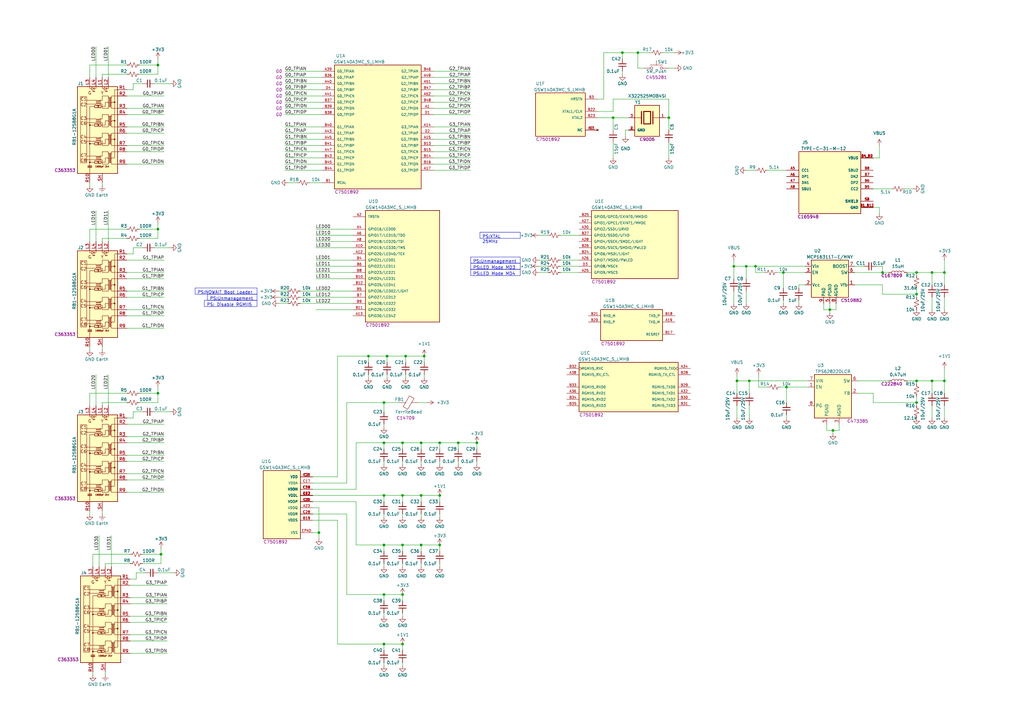
<source format=kicad_sch>
(kicad_sch (version 20230121) (generator eeschema)
  (paper "A3")
  (junction (at 302.26 156.21))
  (junction (at 157.48 165.1))
  (junction (at 321.31 111.76))
  (junction (at 375.92 156.21))
  (junction (at 307.34 156.21))
  (junction (at 187.96 181.61))
  (junction (at 195.58 181.61))
  (junction (at 172.72 203.2))
  (junction (at 64.77 26.67))
  (junction (at 180.34 223.52))
  (junction (at 157.48 203.2))
  (junction (at 180.34 203.2))
  (junction (at 165.1 223.52))
  (junction (at 64.77 161.29))
  (junction (at 300.99 109.22))
  (junction (at 340.36 127))
  (junction (at 157.48 181.61))
  (junction (at 255.27 21.59))
  (junction (at 165.1 203.2))
  (junction (at 387.35 156.21))
  (junction (at 375.92 111.76))
  (junction (at 157.48 243.84))
  (junction (at 165.1 264.16))
  (junction (at 173.99 146.05))
  (junction (at 66.04 227.33))
  (junction (at 322.58 158.75))
  (junction (at 180.34 181.61))
  (junction (at 309.88 109.22))
  (junction (at 341.63 176.53))
  (junction (at 375.92 120.65))
  (junction (at 274.32 48.26))
  (junction (at 130.81 218.44))
  (junction (at 165.1 243.84))
  (junction (at 64.77 93.98))
  (junction (at 261.62 21.59))
  (junction (at 251.46 48.26))
  (junction (at 382.27 156.21))
  (junction (at 387.35 111.76))
  (junction (at 375.92 165.1))
  (junction (at 382.27 111.76))
  (junction (at 172.72 181.61))
  (junction (at 361.95 111.76))
  (junction (at 165.1 181.61))
  (junction (at 151.13 146.05))
  (junction (at 172.72 223.52))
  (junction (at 157.48 264.16))
  (junction (at 157.48 223.52))
  (junction (at 158.75 146.05))
  (junction (at 306.07 109.22))
  (junction (at 166.37 146.05))
  (wire (pts (xy 306.07 114.3) (xy 306.07 109.22)))
  (wire (pts (xy 128.27 200.66) (xy 146.05 200.66)))
  (wire (pts (xy 195.58 184.15) (xy 195.58 181.61)))
  (wire (pts (xy 165.1 190.5) (xy 165.1 189.23)))
  (wire (pts (xy 187.96 181.61) (xy 187.96 184.15)))
  (wire (pts (xy 116.84 64.77) (xy 132.08 64.77)))
  (wire (pts (xy 127 74.93) (xy 132.08 74.93)))
  (wire (pts (xy 245.11 40.64) (xy 247.65 40.64)))
  (wire (pts (xy 54.61 36.83) (xy 54.61 34.29)))
  (wire (pts (xy 360.68 64.77) (xy 358.14 64.77)))
  (wire (pts (xy 327.66 124.46) (xy 327.66 123.19)))
  (wire (pts (xy 130.81 220.98) (xy 130.81 218.44)))
  (wire (pts (xy 193.04 62.23) (xy 177.8 62.23)))
  (wire (pts (xy 300.99 114.3) (xy 300.99 109.22)))
  (wire (pts (xy 67.31 111.76) (xy 52.07 111.76)))
  (wire (pts (xy 68.58 267.97) (xy 53.34 267.97)))
  (wire (pts (xy 54.61 101.6) (xy 58.42 101.6)))
  (wire (pts (xy 172.72 223.52) (xy 172.72 226.06)))
  (wire (pts (xy 172.72 203.2) (xy 172.72 205.74)))
  (wire (pts (xy 36.83 210.82) (xy 36.83 209.55)))
  (wire (pts (xy 306.07 124.46) (xy 306.07 119.38)))
  (wire (pts (xy 157.48 181.61) (xy 165.1 181.61)))
  (wire (pts (xy 67.31 52.07) (xy 52.07 52.07)))
  (wire (pts (xy 146.05 181.61) (xy 146.05 200.66)))
  (wire (pts (xy 69.85 168.91) (xy 63.5 168.91)))
  (wire (pts (xy 358.14 85.09) (xy 360.68 85.09)))
  (wire (pts (xy 313.69 111.76) (xy 309.88 111.76)))
  (wire (pts (xy 55.88 234.95) (xy 59.69 234.95)))
  (wire (pts (xy 68.58 255.27) (xy 53.34 255.27)))
  (wire (pts (xy 361.95 111.76) (xy 350.52 111.76)))
  (wire (pts (xy 114.3 121.92) (xy 118.11 121.92)))
  (wire (pts (xy 163.83 165.1) (xy 157.48 165.1)))
  (wire (pts (xy 364.49 156.21) (xy 351.79 156.21)))
  (wire (pts (xy 116.84 29.21) (xy 132.08 29.21)))
  (wire (pts (xy 142.24 165.1) (xy 157.48 165.1)))
  (wire (pts (xy 157.48 223.52) (xy 157.48 226.06)))
  (wire (pts (xy 67.31 106.68) (xy 52.07 106.68)))
  (wire (pts (xy 39.37 19.05) (xy 39.37 31.75)))
  (wire (pts (xy 67.31 181.61) (xy 52.07 181.61)))
  (wire (pts (xy 166.37 146.05) (xy 173.99 146.05)))
  (wire (pts (xy 358.14 161.29) (xy 358.14 165.1)))
  (wire (pts (xy 54.61 168.91) (xy 58.42 168.91)))
  (wire (pts (xy 41.91 99.06) (xy 41.91 97.79)))
  (wire (pts (xy 118.11 74.93) (xy 121.92 74.93)))
  (wire (pts (xy 187.96 181.61) (xy 180.34 181.61)))
  (wire (pts (xy 172.72 190.5) (xy 172.72 189.23)))
  (wire (pts (xy 372.11 156.21) (xy 375.92 156.21)))
  (wire (pts (xy 69.85 34.29) (xy 63.5 34.29)))
  (wire (pts (xy 57.15 165.1) (xy 64.77 165.1)))
  (wire (pts (xy 247.65 21.59) (xy 247.65 40.64)))
  (wire (pts (xy 157.48 212.09) (xy 157.48 210.82)))
  (wire (pts (xy 274.32 48.26) (xy 274.32 53.34)))
  (wire (pts (xy 67.31 114.3) (xy 52.07 114.3)))
  (wire (pts (xy 276.86 27.94) (xy 274.32 27.94)))
  (wire (pts (xy 342.9 127) (xy 340.36 127)))
  (wire (pts (xy 375.92 156.21) (xy 382.27 156.21)))
  (wire (pts (xy 151.13 146.05) (xy 158.75 146.05)))
  (wire (pts (xy 41.91 30.48) (xy 52.07 30.48)))
  (wire (pts (xy 359.41 109.22) (xy 361.95 109.22)))
  (wire (pts (xy 193.04 29.21) (xy 177.8 29.21)))
  (wire (pts (xy 322.58 158.75) (xy 320.04 158.75)))
  (wire (pts (xy 158.75 146.05) (xy 166.37 146.05)))
  (wire (pts (xy 387.35 151.13) (xy 387.35 156.21)))
  (wire (pts (xy 195.58 181.61) (xy 187.96 181.61)))
  (wire (pts (xy 157.48 203.2) (xy 165.1 203.2)))
  (wire (pts (xy 146.05 223.52) (xy 157.48 223.52)))
  (wire (pts (xy 54.61 104.14) (xy 54.61 101.6)))
  (wire (pts (xy 116.84 36.83) (xy 132.08 36.83)))
  (wire (pts (xy 309.88 109.22) (xy 330.2 109.22)))
  (wire (pts (xy 251.46 64.77) (xy 251.46 58.42)))
  (wire (pts (xy 39.37 86.36) (xy 39.37 99.06)))
  (wire (pts (xy 68.58 260.35) (xy 53.34 260.35)))
  (wire (pts (xy 67.31 201.93) (xy 52.07 201.93)))
  (wire (pts (xy 138.43 195.58) (xy 138.43 146.05)))
  (wire (pts (xy 116.84 41.91) (xy 132.08 41.91)))
  (wire (pts (xy 361.95 120.65) (xy 375.92 120.65)))
  (wire (pts (xy 251.46 40.64) (xy 274.32 40.64)))
  (wire (pts (xy 321.31 111.76) (xy 321.31 118.11)))
  (wire (pts (xy 68.58 262.89) (xy 53.34 262.89)))
  (wire (pts (xy 151.13 154.94) (xy 151.13 153.67)))
  (wire (pts (xy 128.27 208.28) (xy 130.81 208.28)))
  (wire (pts (xy 172.72 203.2) (xy 180.34 203.2)))
  (wire (pts (xy 360.68 85.09) (xy 360.68 87.63)))
  (wire (pts (xy 171.45 165.1) (xy 175.26 165.1)))
  (wire (pts (xy 322.58 171.45) (xy 322.58 170.18)))
  (wire (pts (xy 220.98 111.76) (xy 224.79 111.76)))
  (wire (pts (xy 67.31 173.99) (xy 52.07 173.99)))
  (wire (pts (xy 158.75 154.94) (xy 158.75 153.67)))
  (wire (pts (xy 58.42 231.14) (xy 66.04 231.14)))
  (wire (pts (xy 43.18 276.86) (xy 43.18 275.59)))
  (wire (pts (xy 165.1 264.16) (xy 165.1 266.7)))
  (wire (pts (xy 64.77 93.98) (xy 64.77 97.79)))
  (wire (pts (xy 116.84 39.37) (xy 132.08 39.37)))
  (wire (pts (xy 116.84 59.69) (xy 132.08 59.69)))
  (wire (pts (xy 375.92 120.65) (xy 375.92 121.92)))
  (wire (pts (xy 302.26 161.29) (xy 302.26 156.21)))
  (wire (pts (xy 123.19 119.38) (xy 144.78 119.38)))
  (wire (pts (xy 274.32 40.64) (xy 274.32 48.26)))
  (wire (pts (xy 165.1 203.2) (xy 165.1 205.74)))
  (wire (pts (xy 157.48 165.1) (xy 157.48 168.91)))
  (wire (pts (xy 128.27 213.36) (xy 138.43 213.36)))
  (wire (pts (xy 165.1 203.2) (xy 172.72 203.2)))
  (wire (pts (xy 382.27 156.21) (xy 382.27 161.29)))
  (wire (pts (xy 67.31 127) (xy 52.07 127)))
  (wire (pts (xy 173.99 146.05) (xy 173.99 148.59)))
  (wire (pts (xy 129.54 101.6) (xy 144.78 101.6)))
  (wire (pts (xy 67.31 44.45) (xy 52.07 44.45)))
  (wire (pts (xy 274.32 64.77) (xy 274.32 58.42)))
  (wire (pts (xy 382.27 171.45) (xy 382.27 166.37)))
  (wire (pts (xy 251.46 48.26) (xy 245.11 48.26)))
  (wire (pts (xy 193.04 39.37) (xy 177.8 39.37)))
  (wire (pts (xy 43.18 232.41) (xy 43.18 231.14)))
  (wire (pts (xy 358.14 165.1) (xy 375.92 165.1)))
  (wire (pts (xy 306.07 69.85) (xy 309.88 69.85)))
  (wire (pts (xy 350.52 116.84) (xy 361.95 116.84)))
  (wire (pts (xy 157.48 252.73) (xy 157.48 251.46)))
  (wire (pts (xy 375.92 111.76) (xy 382.27 111.76)))
  (wire (pts (xy 337.82 124.46) (xy 337.82 127)))
  (wire (pts (xy 146.05 205.74) (xy 146.05 223.52)))
  (wire (pts (xy 245.11 45.72) (xy 251.46 45.72)))
  (wire (pts (xy 220.98 109.22) (xy 224.79 109.22)))
  (wire (pts (xy 193.04 31.75) (xy 177.8 31.75)))
  (wire (pts (xy 128.27 210.82) (xy 142.24 210.82)))
  (wire (pts (xy 193.04 34.29) (xy 177.8 34.29)))
  (wire (pts (xy 180.34 181.61) (xy 180.34 184.15)))
  (wire (pts (xy 193.04 44.45) (xy 177.8 44.45)))
  (wire (pts (xy 157.48 175.26) (xy 157.48 173.99)))
  (wire (pts (xy 193.04 59.69) (xy 177.8 59.69)))
  (wire (pts (xy 374.65 77.47) (xy 370.84 77.47)))
  (wire (pts (xy 130.81 218.44) (xy 128.27 218.44)))
  (wire (pts (xy 165.1 232.41) (xy 165.1 231.14)))
  (wire (pts (xy 172.72 223.52) (xy 180.34 223.52)))
  (wire (pts (xy 52.07 36.83) (xy 54.61 36.83)))
  (wire (pts (xy 364.49 111.76) (xy 361.95 111.76)))
  (wire (pts (xy 66.04 227.33) (xy 66.04 231.14)))
  (wire (pts (xy 172.72 181.61) (xy 172.72 184.15)))
  (wire (pts (xy 361.95 116.84) (xy 361.95 120.65)))
  (wire (pts (xy 64.77 161.29) (xy 64.77 165.1)))
  (wire (pts (xy 38.1 276.86) (xy 38.1 275.59)))
  (wire (pts (xy 229.87 96.52) (xy 237.49 96.52)))
  (wire (pts (xy 123.19 124.46) (xy 144.78 124.46)))
  (wire (pts (xy 165.1 212.09) (xy 165.1 210.82)))
  (wire (pts (xy 327.66 116.84) (xy 330.2 116.84)))
  (wire (pts (xy 71.12 234.95) (xy 64.77 234.95)))
  (wire (pts (xy 300.99 109.22) (xy 306.07 109.22)))
  (wire (pts (xy 193.04 36.83) (xy 177.8 36.83)))
  (wire (pts (xy 67.31 119.38) (xy 52.07 119.38)))
  (wire (pts (xy 45.72 232.41) (xy 45.72 219.71)))
  (wire (pts (xy 129.54 99.06) (xy 144.78 99.06)))
  (wire (pts (xy 67.31 121.92) (xy 52.07 121.92)))
  (wire (pts (xy 53.34 237.49) (xy 55.88 237.49)))
  (wire (pts (xy 41.91 97.79) (xy 52.07 97.79)))
  (wire (pts (xy 193.04 57.15) (xy 177.8 57.15)))
  (wire (pts (xy 129.54 127) (xy 144.78 127)))
  (wire (pts (xy 180.34 223.52) (xy 180.34 226.06)))
  (wire (pts (xy 157.48 273.05) (xy 157.48 271.78)))
  (wire (pts (xy 193.04 69.85) (xy 177.8 69.85)))
  (wire (pts (xy 229.87 109.22) (xy 237.49 109.22)))
  (wire (pts (xy 387.35 116.84) (xy 387.35 111.76)))
  (wire (pts (xy 57.15 30.48) (xy 64.77 30.48)))
  (wire (pts (xy 229.87 111.76) (xy 237.49 111.76)))
  (wire (pts (xy 314.96 158.75) (xy 311.15 158.75)))
  (wire (pts (xy 229.87 106.68) (xy 237.49 106.68)))
  (wire (pts (xy 67.31 196.85) (xy 52.07 196.85)))
  (wire (pts (xy 314.96 69.85) (xy 322.58 69.85)))
  (wire (pts (xy 123.19 121.92) (xy 144.78 121.92)))
  (wire (pts (xy 116.84 54.61) (xy 132.08 54.61)))
  (wire (pts (xy 157.48 232.41) (xy 157.48 231.14)))
  (wire (pts (xy 361.95 109.22) (xy 361.95 111.76)))
  (wire (pts (xy 55.88 237.49) (xy 55.88 234.95)))
  (wire (pts (xy 372.11 111.76) (xy 375.92 111.76)))
  (wire (pts (xy 193.04 64.77) (xy 177.8 64.77)))
  (wire (pts (xy 340.36 127) (xy 340.36 124.46)))
  (wire (pts (xy 68.58 252.73) (xy 53.34 252.73)))
  (wire (pts (xy 166.37 146.05) (xy 166.37 148.59)))
  (wire (pts (xy 165.1 181.61) (xy 165.1 184.15)))
  (wire (pts (xy 302.26 171.45) (xy 302.26 166.37)))
  (wire (pts (xy 129.54 111.76) (xy 144.78 111.76)))
  (wire (pts (xy 67.31 46.99) (xy 52.07 46.99)))
  (wire (pts (xy 195.58 190.5) (xy 195.58 189.23)))
  (wire (pts (xy 128.27 203.2) (xy 157.48 203.2)))
  (wire (pts (xy 264.16 27.94) (xy 261.62 27.94)))
  (wire (pts (xy 68.58 240.03) (xy 53.34 240.03)))
  (wire (pts (xy 38.1 227.33) (xy 53.34 227.33)))
  (wire (pts (xy 165.1 181.61) (xy 172.72 181.61)))
  (wire (pts (xy 64.77 91.44) (xy 64.77 93.98)))
  (wire (pts (xy 256.54 53.34) (xy 256.54 55.88)))
  (wire (pts (xy 128.27 205.74) (xy 146.05 205.74)))
  (wire (pts (xy 57.15 161.29) (xy 64.77 161.29)))
  (wire (pts (xy 67.31 62.23) (xy 52.07 62.23)))
  (wire (pts (xy 157.48 264.16) (xy 165.1 264.16)))
  (wire (pts (xy 129.54 93.98) (xy 144.78 93.98)))
  (wire (pts (xy 128.27 195.58) (xy 138.43 195.58)))
  (wire (pts (xy 41.91 210.82) (xy 41.91 209.55)))
  (wire (pts (xy 64.77 24.13) (xy 64.77 26.67)))
  (wire (pts (xy 255.27 30.48) (xy 255.27 29.21)))
  (wire (pts (xy 327.66 118.11) (xy 327.66 116.84)))
  (wire (pts (xy 172.72 232.41) (xy 172.72 231.14)))
  (wire (pts (xy 67.31 194.31) (xy 52.07 194.31)))
  (wire (pts (xy 220.98 96.52) (xy 224.79 96.52)))
  (wire (pts (xy 180.34 232.41) (xy 180.34 231.14)))
  (wire (pts (xy 68.58 247.65) (xy 53.34 247.65)))
  (wire (pts (xy 116.84 67.31) (xy 132.08 67.31)))
  (wire (pts (xy 157.48 189.23) (xy 157.48 190.5)))
  (wire (pts (xy 67.31 179.07) (xy 52.07 179.07)))
  (wire (pts (xy 344.17 173.99) (xy 344.17 176.53)))
  (wire (pts (xy 302.26 156.21) (xy 307.34 156.21)))
  (wire (pts (xy 40.64 219.71) (xy 40.64 232.41)))
  (wire (pts (xy 387.35 156.21) (xy 382.27 156.21)))
  (wire (pts (xy 307.34 156.21) (xy 331.47 156.21)))
  (wire (pts (xy 387.35 106.68) (xy 387.35 111.76)))
  (wire (pts (xy 339.09 176.53) (xy 341.63 176.53)))
  (wire (pts (xy 36.83 93.98) (xy 52.07 93.98)))
  (wire (pts (xy 36.83 76.2) (xy 36.83 74.93)))
  (wire (pts (xy 114.3 124.46) (xy 118.11 124.46)))
  (wire (pts (xy 41.91 76.2) (xy 41.91 74.93)))
  (wire (pts (xy 166.37 154.94) (xy 166.37 153.67)))
  (wire (pts (xy 360.68 59.69) (xy 360.68 64.77)))
  (wire (pts (xy 337.82 127) (xy 340.36 127)))
  (wire (pts (xy 342.9 124.46) (xy 342.9 127)))
  (wire (pts (xy 142.24 210.82) (xy 142.24 243.84)))
  (wire (pts (xy 52.07 171.45) (xy 54.61 171.45)))
  (wire (pts (xy 158.75 146.05) (xy 158.75 148.59)))
  (wire (pts (xy 321.31 124.46) (xy 321.31 123.19)))
  (wire (pts (xy 129.54 109.22) (xy 144.78 109.22)))
  (wire (pts (xy 165.1 243.84) (xy 165.1 246.38)))
  (wire (pts (xy 129.54 106.68) (xy 144.78 106.68)))
  (wire (pts (xy 255.27 21.59) (xy 261.62 21.59)))
  (wire (pts (xy 165.1 273.05) (xy 165.1 271.78)))
  (wire (pts (xy 69.85 101.6) (xy 63.5 101.6)))
  (wire (pts (xy 157.48 243.84) (xy 165.1 243.84)))
  (wire (pts (xy 67.31 54.61) (xy 52.07 54.61)))
  (wire (pts (xy 44.45 166.37) (xy 44.45 153.67)))
  (wire (pts (xy 64.77 26.67) (xy 64.77 30.48)))
  (wire (pts (xy 180.34 212.09) (xy 180.34 210.82)))
  (wire (pts (xy 193.04 41.91) (xy 177.8 41.91)))
  (wire (pts (xy 187.96 190.5) (xy 187.96 189.23)))
  (wire (pts (xy 44.45 99.06) (xy 44.45 86.36)))
  (wire (pts (xy 309.88 109.22) (xy 309.88 111.76)))
  (wire (pts (xy 382.27 127) (xy 382.27 121.92)))
  (wire (pts (xy 157.48 203.2) (xy 157.48 205.74)))
  (wire (pts (xy 247.65 21.59) (xy 255.27 21.59)))
  (wire (pts (xy 41.91 31.75) (xy 41.91 30.48)))
  (wire (pts (xy 138.43 146.05) (xy 151.13 146.05)))
  (wire (pts (xy 276.86 21.59) (xy 271.78 21.59)))
  (wire (pts (xy 321.31 111.76) (xy 318.77 111.76)))
  (wire (pts (xy 375.92 111.76) (xy 375.92 113.03)))
  (wire (pts (xy 146.05 181.61) (xy 157.48 181.61)))
  (wire (pts (xy 382.27 111.76) (xy 382.27 116.84)))
  (wire (pts (xy 130.81 208.28) (xy 130.81 218.44)))
  (wire (pts (xy 52.07 104.14) (xy 54.61 104.14)))
  (wire (pts (xy 274.32 48.26) (xy 273.05 48.26)))
  (wire (pts (xy 116.84 62.23) (xy 132.08 62.23)))
  (wire (pts (xy 58.42 227.33) (xy 66.04 227.33)))
  (wire (pts (xy 36.83 26.67) (xy 36.83 31.75)))
  (wire (pts (xy 116.84 57.15) (xy 132.08 57.15)))
  (wire (pts (xy 138.43 264.16) (xy 157.48 264.16)))
  (wire (pts (xy 41.91 165.1) (xy 52.07 165.1)))
  (wire (pts (xy 36.83 161.29) (xy 52.07 161.29)))
  (wire (pts (xy 66.04 224.79) (xy 66.04 227.33)))
  (wire (pts (xy 41.91 143.51) (xy 41.91 142.24)))
  (wire (pts (xy 193.04 46.99) (xy 177.8 46.99)))
  (wire (pts (xy 322.58 158.75) (xy 331.47 158.75)))
  (wire (pts (xy 43.18 231.14) (xy 53.34 231.14)))
  (wire (pts (xy 351.79 161.29) (xy 358.14 161.29)))
  (wire (pts (xy 142.24 198.12) (xy 142.24 165.1)))
  (wire (pts (xy 339.09 173.99) (xy 339.09 176.53)))
  (wire (pts (xy 57.15 93.98) (xy 64.77 93.98)))
  (wire (pts (xy 340.36 128.27) (xy 340.36 127)))
  (wire (pts (xy 387.35 127) (xy 387.35 121.92)))
  (wire (pts (xy 129.54 96.52) (xy 144.78 96.52)))
  (wire (pts (xy 300.99 124.46) (xy 300.99 119.38)))
  (wire (pts (xy 54.61 171.45) (xy 54.61 168.91)))
  (wire (pts (xy 300.99 106.68) (xy 300.99 109.22)))
  (wire (pts (xy 36.83 143.51) (xy 36.83 142.24)))
  (wire (pts (xy 116.84 34.29) (xy 132.08 34.29)))
  (wire (pts (xy 220.98 106.68) (xy 224.79 106.68)))
  (wire (pts (xy 193.04 52.07) (xy 177.8 52.07)))
  (wire (pts (xy 151.13 146.05) (xy 151.13 148.59)))
  (wire (pts (xy 41.91 166.37) (xy 41.91 165.1)))
  (wire (pts (xy 67.31 134.62) (xy 52.07 134.62)))
  (wire (pts (xy 375.92 120.65) (xy 375.92 118.11)))
  (wire (pts (xy 387.35 171.45) (xy 387.35 166.37)))
  (wire (pts (xy 261.62 21.59) (xy 266.7 21.59)))
  (wire (pts (xy 255.27 21.59) (xy 255.27 24.13)))
  (wire (pts (xy 322.58 158.75) (xy 322.58 165.1)))
  (wire (pts (xy 354.33 109.22) (xy 350.52 109.22)))
  (wire (pts (xy 142.24 243.84) (xy 157.48 243.84)))
  (wire (pts (xy 67.31 39.37) (xy 52.07 39.37)))
  (wire (pts (xy 251.46 45.72) (xy 251.46 40.64)))
  (wire (pts (xy 114.3 119.38) (xy 118.11 119.38)))
  (wire (pts (xy 180.34 190.5) (xy 180.34 189.23)))
  (wire (pts (xy 307.34 161.29) (xy 307.34 156.21)))
  (wire (pts (xy 67.31 67.31) (xy 52.07 67.31)))
  (wire (pts (xy 157.48 223.52) (xy 165.1 223.52)))
  (wire (pts (xy 306.07 109.22) (xy 309.88 109.22)))
  (wire (pts (xy 157.48 181.61) (xy 157.48 184.15)))
  (wire (pts (xy 375.92 156.21) (xy 375.92 157.48)))
  (wire (pts (xy 344.17 176.53) (xy 341.63 176.53)))
  (wire (pts (xy 375.92 165.1) (xy 375.92 166.37)))
  (wire (pts (xy 172.72 212.09) (xy 172.72 210.82)))
  (wire (pts (xy 39.37 153.67) (xy 39.37 166.37)))
  (wire (pts (xy 36.83 93.98) (xy 36.83 99.06)))
  (wire (pts (xy 157.48 264.16) (xy 157.48 266.7)))
  (wire (pts (xy 67.31 189.23) (xy 52.07 189.23)))
  (wire (pts (xy 251.46 48.26) (xy 251.46 53.34)))
  (wire (pts (xy 311.15 153.67) (xy 311.15 158.75)))
  (wire (pts (xy 375.92 162.56) (xy 375.92 165.1)))
  (wire (pts (xy 157.48 243.84) (xy 157.48 246.38)))
  (wire (pts (xy 68.58 245.11) (xy 53.34 245.11)))
  (wire (pts (xy 193.04 67.31) (xy 177.8 67.31)))
  (wire (pts (xy 387.35 111.76) (xy 382.27 111.76)))
  (wire (pts (xy 116.84 52.07) (xy 132.08 52.07)))
  (wire (pts (xy 165.1 252.73) (xy 165.1 251.46)))
  (wire (pts (xy 129.54 114.3) (xy 144.78 114.3)))
  (wire (pts (xy 67.31 59.69) (xy 52.07 59.69)))
  (wire (pts (xy 57.15 97.79) (xy 64.77 97.79)))
  (wire (pts (xy 341.63 177.8) (xy 341.63 176.53)))
  (wire (pts (xy 36.83 26.67) (xy 52.07 26.67)))
  (wire (pts (xy 256.54 53.34) (xy 257.81 53.34)))
  (wire (pts (xy 57.15 26.67) (xy 64.77 26.67)))
  (wire (pts (xy 64.77 158.75) (xy 64.77 161.29)))
  (wire (pts (xy 67.31 129.54) (xy 52.07 129.54)))
  (wire (pts (xy 180.34 203.2) (xy 180.34 205.74)))
  (wire (pts (xy 193.04 54.61) (xy 177.8 54.61)))
  (wire (pts (xy 261.62 27.94) (xy 261.62 21.59)))
  (wire (pts (xy 165.1 223.52) (xy 172.72 223.52)))
  (wire (pts (xy 36.83 161.29) (xy 36.83 166.37)))
  (wire (pts (xy 67.31 186.69) (xy 52.07 186.69)))
  (wire (pts (xy 44.45 31.75) (xy 44.45 19.05)))
  (wire (pts (xy 365.76 77.47) (xy 358.14 77.47)))
  (wire (pts (xy 173.99 154.94) (xy 173.99 153.67)))
  (wire (pts (xy 387.35 161.29) (xy 387.35 156.21)))
  (wire (pts (xy 307.34 171.45) (xy 307.34 166.37)))
  (wire (pts (xy 165.1 223.52) (xy 165.1 226.06)))
  (wire (pts (xy 330.2 111.76) (xy 321.31 111.76)))
  (wire (pts (xy 116.84 69.85) (xy 132.08 69.85)))
  (wire (pts (xy 116.84 44.45) (xy 132.08 44.45)))
  (wire (pts (xy 38.1 227.33) (xy 38.1 232.41)))
  (wire (pts (xy 257.81 48.26) (xy 251.46 48.26)))
  (wire (pts (xy 138.43 213.36) (xy 138.43 264.16)))
  (wire (pts (xy 128.27 198.12) (xy 142.24 198.12)))
  (wire (pts (xy 116.84 31.75) (xy 132.08 31.75)))
  (wire (pts (xy 116.84 46.99) (xy 132.08 46.99)))
  (wire (pts (xy 172.72 181.61) (xy 180.34 181.61)))
  (wire (pts (xy 54.61 34.29) (xy 58.42 34.29)))
  (wire (pts (xy 302.26 153.67) (xy 302.26 156.21)))
  (text_box "PS:Unmanagement" (at 193.04 105.41 0) (size 20.32 2.54) (effects (font (size 1.27 1.27)) (justify left top)))
  (text_box "PS:NOWAIT Boot Loader\n" (at 80.01 118.11 0) (size 25.4 2.54) (effects (font (size 1.27 1.27)) (justify left top)))
  (text_box "PS:Unmanagement" (at 85.09 120.65 0) (size 20.32 2.54) (effects (font (size 1.27 1.27)) (justify left top)))
  (text_box "PS: Disable RGMII5\n" (at 83.82 123.19 0) (size 21.59 2.54) (effects (font (size 1.27 1.27)) (justify left top)))
  (text_box "PS:LED Mode MD3" (at 193.04 107.95 0) (size 20.32 2.54) (effects (font (size 1.27 1.27)) (justify left top)))
  (text_box "PS:XTAL 25MHz\n" (at 196.85 95.25 0) (size 16.51 2.54) (effects (font (size 1.27 1.27)) (justify left top)))
  (text_box "PS:LED Mode MD4" (at 193.04 110.49 0) (size 20.32 2.54) (effects (font (size 1.27 1.27)) (justify left top)))
  (label "G3_TPICP" (at 193.04 64.77 180))
  (label "G1_TPICN" (at 116.84 62.23 0))
  (label "LED31" (at 45.72 219.71 270))
  (label "G0_TPIBP" (at 67.31 46.99 180))
  (label "G1_TPIAN" (at 116.84 52.07 0))
  (label "G2_TPICP" (at 193.04 41.91 180))
  (label "LED30" (at 40.64 219.71 270))
  (label "G1_TPICN" (at 67.31 127 180))
  (label "LED11" (at 44.45 86.36 270))
  (label "G3_TPIDP" (at 193.04 69.85 180))
  (label "G2_TPIDN" (at 193.04 44.45 180))
  (label "G3_TPIBN" (at 68.58 252.73 180))
  (label "G3_TPIAN" (at 193.04 52.07 180))
  (label "G3_TPIAN" (at 68.58 245.11 180))
  (label "G0_TPICP" (at 67.31 54.61 180))
  (label "G3_TPIBN" (at 193.04 57.15 180))
  (label "LED30" (at 129.54 101.6 0))
  (label "G3_TPICP" (at 68.58 255.27 180))
  (label "G2_TPIDP" (at 193.04 46.99 180))
  (label "G2_TPIBN" (at 67.31 186.69 180))
  (label "G2_TPICP" (at 67.31 189.23 180))
  (label "G0_TPICN" (at 67.31 59.69 180))
  (label "G3_TPIDN" (at 193.04 67.31 180))
  (label "LED11" (at 129.54 109.22 0))
  (label "G3_TPIBP" (at 193.04 59.69 180))
  (label "G1_TPIDP" (at 67.31 129.54 180))
  (label "G0_TPIBN" (at 67.31 52.07 180))
  (label "G0_TPIDP" (at 67.31 62.23 180))
  (label "G1_TPIAN" (at 67.31 111.76 180))
  (label "LED21" (at 129.54 111.76 0))
  (label "G2_TPIBP" (at 67.31 181.61 180))
  (label "G1_TPICP" (at 116.84 64.77 0))
  (label "G3_TPICN" (at 68.58 260.35 180))
  (label "LED20" (at 129.54 99.06 0))
  (label "G0_TPIBP" (at 116.84 36.83 0) (property "Netclass" "G0" (at 113.03 36.83 0) (effects (font italic) (justify left))))
  (label "G0_TPIDP" (at 116.84 46.99 0) (property "Netclass" "G0" (at 113.03 46.99 0) (effects (font italic) (justify left))))
  (label "LED31" (at 129.54 114.3 0))
  (label "G0_TPIDN" (at 116.84 44.45 0) (property "Netclass" "G0" (at 113.03 44.45 0) (effects (font italic) (justify left))))
  (label "G1_TPIDN" (at 67.31 134.62 180))
  (label "G2_TPIBP" (at 193.04 36.83 180))
  (label "G0_TPIAP" (at 67.31 39.37 180))
  (label "G0_TPIAP" (at 116.84 31.75 0) (property "Netclass" "G0" (at 113.03 31.75 0) (effects (font italic) (justify left))))
  (label "G0_TPICP" (at 116.84 41.91 0) (property "Netclass" "G0" (at 113.03 41.91 0) (effects (font italic) (justify left))))
  (label "G1_TPIBN" (at 116.84 57.15 0))
  (label "G2_TPICN" (at 193.04 39.37 180))
  (label "G1_TPIAP" (at 116.84 54.61 0))
  (label "G2_TPIAN" (at 193.04 29.21 180))
  (label "G2_TPIAN" (at 67.31 179.07 180))
  (label "LED10" (at 39.37 86.36 270))
  (label "G3_TPIAP" (at 193.04 54.61 180))
  (label "G1_TPIBP" (at 116.84 59.69 0))
  (label "G3_TPIAP" (at 68.58 240.03 180))
  (label "G1_TPIDP" (at 116.84 69.85 0))
  (label "G2_TPIAP" (at 67.31 173.99 180))
  (label "G0_TPIBN" (at 116.84 34.29 0) (property "Netclass" "G0" (at 113.03 34.29 0) (effects (font italic) (justify left))))
  (label "G3_TPIDP" (at 68.58 262.89 180))
  (label "G3_TPIDN" (at 68.58 267.97 180))
  (label "G1_TPICP" (at 67.31 121.92 180))
  (label "G0_TPIAN" (at 67.31 44.45 180))
  (label "G3_TPIBP" (at 68.58 247.65 180))
  (label "G1_TPIBN" (at 67.31 119.38 180))
  (label "G2_TPIDN" (at 67.31 201.93 180))
  (label "LED01" (at 129.54 106.68 0))
  (label "LED00" (at 39.37 19.05 270))
  (label "G3_TPICN" (at 193.04 62.23 180))
  (label "LED20" (at 39.37 153.67 270))
  (label "LED02" (at 129.54 119.38 0))
  (label "G0_TPIAN" (at 116.84 29.21 0) (property "Netclass" "G0" (at 113.03 29.21 0) (effects (font italic) (justify left))))
  (label "G2_TPIBN" (at 193.04 34.29 180))
  (label "LED22" (at 129.54 124.46 0))
  (label "LED12" (at 129.54 121.92 0))
  (label "LED21" (at 44.45 153.67 270))
  (label "LED10" (at 129.54 96.52 0))
  (label "G0_TPIDN" (at 67.31 67.31 180))
  (label "G2_TPIAP" (at 193.04 31.75 180))
  (label "G2_TPIDP" (at 67.31 196.85 180))
  (label "G1_TPIDN" (at 116.84 67.31 0))
  (label "G2_TPICN" (at 67.31 194.31 180))
  (label "LED00" (at 129.54 93.98 0))
  (label "G1_TPIAP" (at 67.31 106.68 180))
  (label "G0_TPICN" (at 116.84 39.37 0) (property "Netclass" "G0" (at 113.03 39.37 0) (effects (font italic) (justify left))))
  (label "LED01" (at 44.45 19.05 270))
  (label "G1_TPIBP" (at 67.31 114.3 180))
  (symbol (lib_id "power:+3V3") (at 276.86 21.59 270) (unit 1)
    (property "Reference" "#PWR078" (effects hide))
    (property "Value" "+3V3" (at 281.94 21.59 90))
  )
  (symbol (lib_id "power:GND") (at 36.83 143.51 0) (unit 1)
    (property "Reference" "#PWR06" (effects hide))
    (property "Value" "GND" (at 36.83 147.32 0))
  )
  (symbol (lib_id "Device:R_Small_US") (at 54.61 165.1 90) (unit 1)
    (property "Reference" "R6" (at 50.8 163.83 90))
    (property "Value" "100R" (at 59.69 163.83 90))
    (property "Footprint" "Resistor_SMD:R_0402_1005Metric" (effects hide))
    (property "LCSC" "C106232" (effects hide))
  )
  (symbol (lib_id "power:GND") (at 387.35 171.45 0) (unit 1)
    (property "Reference" "#PWR042" (effects hide))
    (property "Value" "GND" (at 387.35 175.26 0))
  )
  (symbol (lib_id "Device:C_Small") (at 187.96 186.69 180) (unit 1)
    (property "Reference" "C28" (at 185.42 184.15 0))
    (property "Value" "0.1uF" (at 184.15 189.23 0))
    (property "Footprint" "Capacitor_SMD:C_0402_1005Metric" (effects hide))
    (property "LCSC" "C105883" (effects hide))
  )
  (symbol (lib_id "Device:C_Small") (at 302.26 163.83 180) (unit 1)
    (property "Reference" "C14" (at 299.72 161.29 0))
    (property "Value" "10uF/25V" (at 298.45 167.64 90))
    (property "Footprint" "Capacitor_SMD:C_0805_2012Metric" (effects hide))
    (property "LCSC" "C89831" (effects hide))
  )
  (symbol (lib_id "power:GND") (at 220.98 106.68 270) (unit 1)
    (property "Reference" "#PWR083" (effects hide))
    (property "Value" "GND" (at 215.9 106.68 90))
  )
  (symbol (lib_id "Device:R_Small_US") (at 54.61 93.98 90) (unit 1)
    (property "Reference" "R3" (at 50.8 92.71 90))
    (property "Value" "100R" (at 59.69 92.71 90))
    (property "Footprint" "Resistor_SMD:R_0402_1005Metric" (effects hide))
    (property "LCSC" "C106232" (effects hide))
  )
  (symbol (lib_id "power:GND") (at 306.07 69.85 270) (unit 1)
    (property "Reference" "#PWR023" (effects hide))
    (property "Value" "GND" (at 302.26 69.85 0))
  )
  (symbol (lib_id "Device:R_Small_US") (at 54.61 30.48 90) (unit 1)
    (property "Reference" "R2" (at 50.8 29.21 90))
    (property "Value" "100R" (at 59.69 29.21 90))
    (property "Footprint" "Resistor_SMD:R_0402_1005Metric" (effects hide))
    (property "LCSC" "C106232" (effects hide))
  )
  (symbol (lib_id "power:GND") (at 300.99 124.46 0) (unit 1)
    (property "Reference" "#PWR026" (effects hide))
    (property "Value" "GND" (at 300.99 128.27 0))
  )
  (symbol (lib_id "power:GND") (at 172.72 190.5 0) (unit 1)
    (property "Reference" "#PWR053" (effects hide))
    (property "Value" "GND" (at 172.72 194.31 0))
  )
  (symbol (lib_id "power:GND") (at 157.48 212.09 0) (unit 1)
    (property "Reference" "#PWR058" (effects hide))
    (property "Value" "GND" (at 157.48 215.9 0))
  )
  (symbol (lib_id "power:+1V1") (at 165.1 264.16 0) (unit 1)
    (property "Reference" "#PWR072" (effects hide))
    (property "Value" "+1V1" (at 165.1 260.35 0))
  )
  (symbol (lib_id "power:GND") (at 180.34 212.09 0) (unit 1)
    (property "Reference" "#PWR062" (effects hide))
    (property "Value" "GND" (at 180.34 215.9 0))
  )
  (symbol (lib_id "Device:C_Small") (at 356.87 109.22 270) (unit 1)
    (property "Reference" "C11" (at 353.06 107.95 90))
    (property "Value" "0.1uF" (at 360.68 107.95 90))
    (property "Footprint" "Capacitor_SMD:C_0402_1005Metric" (effects hide))
    (property "LCSC" "C105883" (effects hide))
  )
  (symbol (lib_id "power:VBUS") (at 302.26 153.67 0) (unit 1)
    (property "Reference" "#PWR035" (effects hide))
    (property "Value" "VBUS" (at 302.26 148.59 0))
  )
  (symbol (lib_id "power:GND") (at 387.35 127 0) (unit 1)
    (property "Reference" "#PWR031" (effects hide))
    (property "Value" "GND" (at 387.35 130.81 0))
  )
  (symbol (lib_id "Device:R_Small_US") (at 375.92 115.57 180) (unit 1)
    (property "Reference" "R12" (at 373.38 113.03 0))
    (property "Value" "31.6k" (at 373.38 118.11 0))
    (property "Footprint" "Resistor_SMD:R_0402_1005Metric" (effects hide))
    (property "LCSC" "C276265" (effects hide))
  )
  (symbol (lib_id "Device:C_Small") (at 321.31 120.65 180) (unit 1)
    (property "Reference" "C9" (at 318.77 118.11 0))
    (property "Value" "0.1uF" (at 317.5 123.19 0))
    (property "Footprint" "Capacitor_SMD:C_0402_1005Metric" (effects hide))
    (property "LCSC" "C105883" (effects hide))
  )
  (symbol (lib_id "Device:C_Small") (at 158.75 151.13 180) (unit 1)
    (property "Reference" "C20" (at 156.21 148.59 0))
    (property "Value" "0.1uF" (at 154.94 153.67 0))
    (property "Footprint" "Capacitor_SMD:C_0402_1005Metric" (effects hide))
    (property "LCSC" "C105883" (effects hide))
  )
  (symbol (lib_id "power:GND") (at 306.07 124.46 0) (unit 1)
    (property "Reference" "#PWR027" (effects hide))
    (property "Value" "GND" (at 306.07 128.27 0))
  )
  (symbol (lib_id "Device:FerriteBead") (at 167.64 165.1 90) (unit 1)
    (property "Reference" "FB1" (at 163.83 163.83 90))
    (property "Value" "FerriteBead" (at 167.64 168.91 90))
    (property "Footprint" "Inductor_SMD:L_0603_1608Metric" (effects hide))
    (property "LCSC" "C14709" (at 166.37 171.45 90))
  )
  (symbol (lib_id "power:+3V3") (at 114.3 121.92 90) (unit 1)
    (property "Reference" "#PWR084" (effects hide))
    (property "Value" "+3V3" (at 109.22 121.92 90))
  )
  (symbol (lib_id "power:GND") (at 375.92 171.45 0) (unit 1)
    (property "Reference" "#PWR039" (effects hide))
    (property "Value" "GND" (at 375.92 175.26 0))
  )
  (symbol (lib_id "Device:C_Small") (at 157.48 186.69 180) (unit 1)
    (property "Reference" "C24" (at 154.94 184.15 0))
    (property "Value" "0.1uF" (at 153.67 189.23 0))
    (property "Footprint" "Capacitor_SMD:C_0402_1005Metric" (effects hide))
    (property "LCSC" "C105883" (effects hide))
  )
  (symbol (lib_id "Device:R_Small_US") (at 375.92 160.02 180) (unit 1)
    (property "Reference" "R15" (at 373.38 157.48 0))
    (property "Value" "10k" (at 373.38 162.56 0))
    (property "Footprint" "Resistor_SMD:R_0402_1005Metric" (effects hide))
    (property "LCSC" "C60490" (effects hide))
  )
  (symbol (lib_id "power:Earth") (at 41.91 210.82 0) (unit 1)
    (property "Reference" "#PWR011" (effects hide))
    (property "Value" "Earth" (at 41.91 214.63 0))
  )
  (symbol (lib_id "power:GND") (at 321.31 124.46 0) (unit 1)
    (property "Reference" "#PWR028" (effects hide))
    (property "Value" "GND" (at 321.31 128.27 0))
  )
  (symbol (lib_id "power:GND") (at 165.1 212.09 0) (unit 1)
    (property "Reference" "#PWR059" (effects hide))
    (property "Value" "GND" (at 165.1 215.9 0))
  )
  (symbol (lib_id "power:+3V3") (at 311.15 153.67 0) (unit 1)
    (property "Reference" "#PWR074" (effects hide))
    (property "Value" "+3V3" (at 311.15 149.86 0))
  )
  (symbol (lib_id "Device:R_Small_US") (at 54.61 97.79 90) (unit 1)
    (property "Reference" "R4" (at 50.8 96.52 90))
    (property "Value" "100R" (at 59.69 96.52 90))
    (property "Footprint" "Resistor_SMD:R_0402_1005Metric" (effects hide))
    (property "LCSC" "C106232" (effects hide))
  )
  (symbol (lib_id "power:GND") (at 382.27 127 0) (unit 1)
    (property "Reference" "#PWR030" (effects hide))
    (property "Value" "GND" (at 382.27 130.81 0))
  )
  (symbol (lib_id "Device:C_Small") (at 327.66 120.65 180) (unit 1)
    (property "Reference" "C10" (at 325.12 118.11 0))
    (property "Value" "1uF" (at 325.12 123.19 0))
    (property "Footprint" "Capacitor_SMD:C_0603_1608Metric" (effects hide))
    (property "LCSC" "C14664" (effects hide))
  )
  (symbol (lib_id "Device:C_Small") (at 151.13 151.13 180) (unit 1)
    (property "Reference" "C19" (at 148.59 148.59 0))
    (property "Value" "0.1uF" (at 147.32 153.67 0))
    (property "Footprint" "Capacitor_SMD:C_0402_1005Metric" (effects hide))
    (property "LCSC" "C105883" (effects hide))
  )
  (symbol (lib_id "Device:C_Small") (at 195.58 186.69 180) (unit 1)
    (property "Reference" "C29" (at 193.04 184.15 0))
    (property "Value" "0.1uF" (at 191.77 189.23 0))
    (property "Footprint" "Capacitor_SMD:C_0402_1005Metric" (effects hide))
    (property "LCSC" "C105883" (effects hide))
  )
  (symbol (lib_id "Device:R_Small_US") (at 227.33 96.52 90) (unit 1)
    (property "Reference" "R19" (at 223.52 95.25 90))
    (property "Value" "10k" (at 232.41 95.25 90))
    (property "Footprint" "Resistor_SMD:R_0402_1005Metric" (effects hide))
    (property "LCSC" "C60490" (effects hide))
  )
  (symbol (lib_id "Device:C_Small") (at 62.23 234.95 90) (unit 1)
    (property "Reference" "C4" (at 58.42 233.68 90))
    (property "Value" "0.1uF" (at 67.31 233.68 90))
    (property "Footprint" "Capacitor_SMD:C_0402_1005Metric" (effects hide))
    (property "LCSC" "C105883" (effects hide))
  )
  (symbol (lib_id "Device:C_Small") (at 157.48 208.28 180) (unit 1)
    (property "Reference" "C30" (at 154.94 205.74 0))
    (property "Value" "0.1uF" (at 153.67 210.82 0))
    (property "Footprint" "Capacitor_SMD:C_0402_1005Metric" (effects hide))
    (property "LCSC" "C105883" (effects hide))
  )
  (symbol (lib_id "Device:C_Small") (at 387.35 119.38 180) (unit 1)
    (property "Reference" "C13" (at 384.81 116.84 0))
    (property "Value" "10uF/25V" (at 384.81 123.19 90))
    (property "Footprint" "Capacitor_SMD:C_0805_2012Metric" (effects hide))
    (property "LCSC" "C89831" (effects hide))
  )
  (symbol (lib_id "power:GND") (at 327.66 124.46 0) (unit 1)
    (property "Reference" "#PWR029" (effects hide))
    (property "Value" "GND" (at 327.66 128.27 0))
  )
  (symbol (lib_id "power:GND") (at 187.96 190.5 0) (unit 1)
    (property "Reference" "#PWR056" (effects hide))
    (property "Value" "GND" (at 187.96 194.31 0))
  )
  (symbol (lib_id "power:+3V3") (at 387.35 106.68 0) (unit 1)
    (property "Reference" "#PWR034" (effects hide))
    (property "Value" "+3V3" (at 387.35 102.87 0))
  )
  (symbol (lib_id "power:GND") (at 341.63 177.8 0) (unit 1)
    (property "Reference" "#PWR043" (effects hide))
    (property "Value" "GND" (at 341.63 181.61 0))
  )
  (symbol (lib_id "power:GND") (at 71.12 234.95 90) (unit 1)
    (property "Reference" "#PWR017" (effects hide))
    (property "Value" "GND" (at 74.93 234.95 0))
  )
  (symbol (lib_id "Device:C_Small") (at 180.34 228.6 180) (unit 1)
    (property "Reference" "C37" (at 177.8 226.06 0))
    (property "Value" "0.1uF" (at 176.53 231.14 0))
    (property "Footprint" "Capacitor_SMD:C_0402_1005Metric" (effects hide))
    (property "LCSC" "C105883" (effects hide))
  )
  (symbol (lib_id "power:+3V3") (at 180.34 223.52 0) (unit 1)
    (property "Reference" "#PWR066" (effects hide))
    (property "Value" "+3V3" (at 180.34 219.71 0))
  )
  (symbol (lib_id "Device:R_Small_US") (at 120.65 119.38 90) (unit 1)
    (property "Reference" "R20" (at 116.84 118.11 90))
    (property "Value" "10k" (at 125.73 118.11 90))
    (property "Footprint" "Resistor_SMD:R_0402_1005Metric" (effects hide))
    (property "LCSC" "C60490" (effects hide))
  )
  (symbol (lib_id "Device:C_Small") (at 306.07 116.84 180) (unit 1)
    (property "Reference" "C8" (at 303.53 114.3 0))
    (property "Value" "10uF/25V" (at 303.53 120.65 90))
    (property "Footprint" "Capacitor_SMD:C_0805_2012Metric" (effects hide))
    (property "LCSC" "C89831" (effects hide))
  )
  (symbol (lib_id "GSW140A3MC_S_LMHB:GSW140A3MC_S_LMHB") (at 259.08 132.08 0) (unit 2)
    (property "Reference" "U1" (at 250.19 123.19 0))
    (property "Value" "GSW140A3MC_S_LMHB" (at 257.81 125.73 0))
    (property "Footprint" "GSW140A3MC_S_LMHB:XCVR_GSW140A3MC_S_LMHB" (effects hide))
    (property "MF" "MaxLinear, Inc." (effects hide))
    (property "MAXIMUM_PACKAGE_HEIGHT" "0.85mm" (effects hide))
    (property "Package" "None" (effects hide))
    (property "Price" "None" (effects hide))
    (property "Check_prices" "https://www.snapeda.com/parts/GSW140A3MC%20S%20LMHB/MaxLinear%252C+Inc./view-part/?ref=eda" (effects hide))
    (property "STANDARD" "Manufacturer Recommendations" (effects hide))
    (property "PARTREV" "1.11mm" (effects hide))
    (property "SnapEDA_Link" "https://www.snapeda.com/parts/GSW140A3MC%20S%20LMHB/MaxLinear%252C+Inc./view-part/?ref=snap" (effects hide))
    (property "MP" "GSW140A3MC S LMHB" (effects hide))
    (property "Description" "\nEthernet ICs DEVICE CON GSW140A3MC MRQFN105 SLMHB CO\n" (effects hide))
    (property "MANUFACTURER" "MaxLinear" (effects hide))
    (property "Availability" "Not in stock" (effects hide))
    (property "SNAPEDA_PN" "GSW140A3MC S LMHB" (effects hide))
    (property "LCSC" "C7501892" (at 251.46 140.97 0))
  )
  (symbol (lib_id "Device:R_Small_US") (at 124.46 74.93 90) (unit 1)
    (property "Reference" "R18" (at 120.65 73.66 90))
    (property "Value" "10k" (at 129.54 73.66 90))
    (property "Footprint" "Resistor_SMD:R_0402_1005Metric" (effects hide))
    (property "LCSC" "C60490" (effects hide))
  )
  (symbol (lib_id "Device:R_Small_US") (at 375.92 124.46 180) (unit 1)
    (property "Reference" "R13" (at 373.38 121.92 0))
    (property "Value" "10k" (at 373.38 127 0))
    (property "Footprint" "Resistor_SMD:R_0402_1005Metric" (effects hide))
    (property "LCSC" "C60490" (effects hide))
  )
  (symbol (lib_id "Device:C_Small") (at 157.48 269.24 180) (unit 1)
    (property "Reference" "C40" (at 154.94 266.7 0))
    (property "Value" "0.1uF" (at 153.67 271.78 0))
    (property "Footprint" "Capacitor_SMD:C_0402_1005Metric" (effects hide))
    (property "LCSC" "C105883" (effects hide))
  )
  (symbol (lib_id "GSW140A3MC_S_LMHB:GSW140A3MC_S_LMHB") (at 165.1 109.22 0) (unit 4)
    (property "Reference" "U1" (at 151.13 82.55 0) (effects (justify left)))
    (property "Value" "GSW140A3MC_S_LMHB" (at 149.86 85.09 0) (effects (justify left)))
    (property "Footprint" "GSW140A3MC_S_LMHB:XCVR_GSW140A3MC_S_LMHB" (effects hide))
    (property "MF" "MaxLinear, Inc." (effects hide))
    (property "MAXIMUM_PACKAGE_HEIGHT" "0.85mm" (effects hide))
    (property "Package" "None" (effects hide))
    (property "Price" "None" (effects hide))
    (property "Check_prices" "https://www.snapeda.com/parts/GSW140A3MC%20S%20LMHB/MaxLinear%252C+Inc./view-part/?ref=eda" (effects hide))
    (property "STANDARD" "Manufacturer Recommendations" (effects hide))
    (property "PARTREV" "1.11mm" (effects hide))
    (property "SnapEDA_Link" "https://www.snapeda.com/parts/GSW140A3MC%20S%20LMHB/MaxLinear%252C+Inc./view-part/?ref=snap" (effects hide))
    (property "MP" "GSW140A3MC S LMHB" (effects hide))
    (property "Description" "\nEthernet ICs DEVICE CON GSW140A3MC MRQFN105 SLMHB CO\n" (effects hide))
    (property "MANUFACTURER" "MaxLinear" (effects hide))
    (property "Availability" "Not in stock" (effects hide))
    (property "SNAPEDA_PN" "GSW140A3MC S LMHB" (effects hide))
    (property "LCSC" "C7501892" (at 154.94 133.35 0))
  )
  (symbol (lib_id "power:GND") (at 157.48 190.5 0) (unit 1)
    (property "Reference" "#PWR051" (effects hide))
    (property "Value" "GND" (at 157.48 194.31 0))
  )
  (symbol (lib_id "power:GND") (at 69.85 34.29 90) (unit 1)
    (property "Reference" "#PWR05" (effects hide))
    (property "Value" "GND" (at 73.66 34.29 0))
  )
  (symbol (lib_id "Switch:SW_Push") (at 269.24 27.94 0) (unit 1)
    (property "Reference" "SW1" (at 271.78 25.4 0))
    (property "Value" "SW_Push" (at 269.24 29.21 0))
    (property "Footprint" "Button_Switch_SMD:SW_Push_SPST_NO_Alps_SKRK" (effects hide))
    (property "LCSC" "C455281" (at 269.24 31.75 0))
  )
  (symbol (lib_id "power:+3V3") (at 175.26 165.1 270) (unit 1)
    (property "Reference" "#PWR049" (effects hide))
    (property "Value" "+3V3" (at 181.61 165.1 90))
  )
  (symbol (lib_id "power:+3V3") (at 64.77 24.13 0) (unit 1)
    (property "Reference" "#PWR04" (effects hide))
    (property "Value" "+3V3" (at 64.77 20.32 0))
  )
  (symbol (lib_id "Device:C_Small") (at 172.72 186.69 180) (unit 1)
    (property "Reference" "C26" (at 170.18 184.15 0))
    (property "Value" "0.1uF" (at 168.91 189.23 0))
    (property "Footprint" "Capacitor_SMD:C_0402_1005Metric" (effects hide))
    (property "LCSC" "C105883" (effects hide))
  )
  (symbol (lib_id "Device:C_Small") (at 172.72 208.28 180) (unit 1)
    (property "Reference" "C32" (at 170.18 205.74 0))
    (property "Value" "0.1uF" (at 168.91 210.82 0))
    (property "Footprint" "Capacitor_SMD:C_0402_1005Metric" (effects hide))
    (property "LCSC" "C105883" (effects hide))
  )
  (symbol (lib_id "power:+1V1") (at 173.99 146.05 0) (unit 1)
    (property "Reference" "#PWR044" (effects hide))
    (property "Value" "+1V1" (at 173.99 140.97 0))
  )
  (symbol (lib_id "power:GND") (at 118.11 74.93 270) (unit 1)
    (property "Reference" "#PWR080" (effects hide))
    (property "Value" "GND" (at 113.03 74.93 90))
  )
  (symbol (lib_id "power:GND") (at 195.58 190.5 0) (unit 1)
    (property "Reference" "#PWR057" (effects hide))
    (property "Value" "GND" (at 195.58 194.31 0))
  )
  (symbol (lib_id "Device:C_Small") (at 157.48 171.45 180) (unit 1)
    (property "Reference" "C23" (at 154.94 168.91 0))
    (property "Value" "0.1uF" (at 153.67 173.99 0))
    (property "Footprint" "Capacitor_SMD:C_0402_1005Metric" (effects hide))
    (property "LCSC" "C105883" (effects hide))
  )
  (symbol (lib_id "power:GND") (at 274.32 64.77 0) (unit 1)
    (property "Reference" "#PWR019" (effects hide))
    (property "Value" "GND" (at 274.32 68.58 0))
  )
  (symbol (lib_id "Regulator_Switching:MCP16311MNY") (at 340.36 116.84 0) (unit 1)
    (property "Reference" "U2" (at 335.28 102.87 0))
    (property "Value" "MCP16311T-E/MNY" (at 340.36 105.41 0))
    (property "Footprint" "Package_DFN_QFN:DFN-8-1EP_3x2mm_P0.5mm_EP1.75x1.45mm" (effects hide))
    (property "Datasheet" "http://ww1.microchip.com/downloads/en/DeviceDoc/20005255B.pdf" (effects hide))
    (property "LCSC" "C510882" (at 349.25 123.19 0))
  )
  (symbol (lib_id "GSW140A3MC_S_LMHB:GSW140A3MC_S_LMHB") (at 257.81 158.75 0) (unit 3)
    (property "Reference" "U1" (at 240.03 144.78 0))
    (property "Value" "GSW140A3MC_S_LMHB" (at 247.65 147.32 0))
    (property "Footprint" "GSW140A3MC_S_LMHB:XCVR_GSW140A3MC_S_LMHB" (effects hide))
    (property "MF" "MaxLinear, Inc." (effects hide))
    (property "MAXIMUM_PACKAGE_HEIGHT" "0.85mm" (effects hide))
    (property "Package" "None" (effects hide))
    (property "Price" "None" (effects hide))
    (property "Check_prices" "https://www.snapeda.com/parts/GSW140A3MC%20S%20LMHB/MaxLinear%252C+Inc./view-part/?ref=eda" (effects hide))
    (property "STANDARD" "Manufacturer Recommendations" (effects hide))
    (property "PARTREV" "1.11mm" (effects hide))
    (property "SnapEDA_Link" "https://www.snapeda.com/parts/GSW140A3MC%20S%20LMHB/MaxLinear%252C+Inc./view-part/?ref=snap" (effects hide))
    (property "MP" "GSW140A3MC S LMHB" (effects hide))
    (property "Description" "\nEthernet ICs DEVICE CON GSW140A3MC MRQFN105 SLMHB CO\n" (effects hide))
    (property "MANUFACTURER" "MaxLinear" (effects hide))
    (property "Availability" "Not in stock" (effects hide))
    (property "SNAPEDA_PN" "GSW140A3MC S LMHB" (effects hide))
    (property "LCSC" "C7501892" (at 242.57 170.18 0))
  )
  (symbol (lib_id "power:GND") (at 172.72 232.41 0) (unit 1)
    (property "Reference" "#PWR065" (effects hide))
    (property "Value" "GND" (at 172.72 236.22 0))
  )
  (symbol (lib_id "power:GND") (at 158.75 154.94 0) (unit 1)
    (property "Reference" "#PWR046" (effects hide))
    (property "Value" "GND" (at 158.75 158.75 0))
  )
  (symbol (lib_id "power:+3V3") (at 64.77 158.75 0) (unit 1)
    (property "Reference" "#PWR012" (effects hide))
    (property "Value" "+3V3" (at 64.77 154.94 0))
  )
  (symbol (lib_id "ABM8G-25.000MHZ-B4Y-T:X322525MOB4SI") (at 265.43 48.26 0) (mirror y) (unit 1)
    (property "Reference" "Y1" (at 261.62 41.91 0))
    (property "Value" "X322525MOB4SI" (at 265.43 39.37 0))
    (property "Footprint" "ABM8G-25.000MHZ-B4Y-T:XTAL_ABM8G-25.000MHZ-B4Y-T" (effects hide))
    (property "MAXIMUM_PACKAGE_HEIGHT" "1.0 mm" (effects hide))
    (property "Price" "None" (effects hide))
    (property "MP" "X322525MOB4SI" (effects hide))
    (property "Availability" "In Stock" (effects hide))
    (property "LCSC" "C9006" (at 265.43 57.15 0))
  )
  (symbol (lib_id "Device:R_Small_US") (at 269.24 21.59 90) (unit 1)
    (property "Reference" "R17" (at 265.43 20.32 90))
    (property "Value" "10k" (at 274.32 20.32 90))
    (property "Footprint" "Resistor_SMD:R_0402_1005Metric" (effects hide))
    (property "LCSC" "C60490" (effects hide))
  )
  (symbol (lib_id "Device:C_Small") (at 387.35 163.83 180) (unit 1)
    (property "Reference" "C18" (at 384.81 161.29 0))
    (property "Value" "10uF/25V" (at 384.81 167.64 90))
    (property "Footprint" "Capacitor_SMD:C_0805_2012Metric" (effects hide))
    (property "LCSC" "C89831" (effects hide))
  )
  (symbol (lib_id "power:+1V1") (at 180.34 203.2 0) (unit 1)
    (property "Reference" "#PWR061" (effects hide))
    (property "Value" "+1V1" (at 180.34 199.39 0))
  )
  (symbol (lib_id "GSW140A3MC_S_LMHB:GSW140A3MC_S_LMHB") (at 154.94 52.07 0) (unit 1)
    (property "Reference" "U1" (at 139.7 22.86 0))
    (property "Value" "GSW140A3MC_S_LMHB" (at 147.32 25.4 0))
    (property "Footprint" "GSW140A3MC_S_LMHB:XCVR_GSW140A3MC_S_LMHB" (effects hide))
    (property "MF" "MaxLinear, Inc." (effects hide))
    (property "MAXIMUM_PACKAGE_HEIGHT" "0.85mm" (effects hide))
    (property "Package" "None" (effects hide))
    (property "Price" "None" (effects hide))
    (property "Check_prices" "https://www.snapeda.com/parts/GSW140A3MC%20S%20LMHB/MaxLinear%252C+Inc./view-part/?ref=eda" (effects hide))
    (property "STANDARD" "Manufacturer Recommendations" (effects hide))
    (property "PARTREV" "1.11mm" (effects hide))
    (property "SnapEDA_Link" "https://www.snapeda.com/parts/GSW140A3MC%20S%20LMHB/MaxLinear%252C+Inc./view-part/?ref=snap" (effects hide))
    (property "MP" "GSW140A3MC S LMHB" (effects hide))
    (property "Description" "\nEthernet ICs DEVICE CON GSW140A3MC MRQFN105 SLMHB CO\n" (effects hide))
    (property "MANUFACTURER" "MaxLinear" (effects hide))
    (property "Availability" "Not in stock" (effects hide))
    (property "SNAPEDA_PN" "GSW140A3MC S LMHB" (effects hide))
    (property "LCSC" "C7501892" (at 142.24 78.74 0))
  )
  (symbol (lib_id "power:GND") (at 340.36 128.27 0) (unit 1)
    (property "Reference" "#PWR025" (effects hide))
    (property "Value" "GND" (at 340.36 132.08 0))
  )
  (symbol (lib_id "Device:C_Small") (at 172.72 228.6 180) (unit 1)
    (property "Reference" "C36" (at 170.18 226.06 0))
    (property "Value" "0.1uF" (at 168.91 231.14 0))
    (property "Footprint" "Capacitor_SMD:C_0402_1005Metric" (effects hide))
    (property "LCSC" "C105883" (effects hide))
  )
  (symbol (lib_id "power:+3V3") (at 114.3 119.38 90) (unit 1)
    (property "Reference" "#PWR082" (effects hide))
    (property "Value" "+3V3" (at 109.22 119.38 90))
  )
  (symbol (lib_id "Device:C_Small") (at 165.1 269.24 180) (unit 1)
    (property "Reference" "C41" (at 162.56 266.7 0))
    (property "Value" "0.1uF" (at 161.29 271.78 0))
    (property "Footprint" "Capacitor_SMD:C_0402_1005Metric" (effects hide))
    (property "LCSC" "C105883" (effects hide))
  )
  (symbol (lib_id "Device:C_Small") (at 157.48 248.92 180) (unit 1)
    (property "Reference" "C38" (at 154.94 246.38 0))
    (property "Value" "0.1uF" (at 153.67 251.46 0))
    (property "Footprint" "Capacitor_SMD:C_0402_1005Metric" (effects hide))
    (property "LCSC" "C105883" (effects hide))
  )
  (symbol (lib_id "GSW140A3MC_S_LMHB:GSW140A3MC_S_LMHB") (at 115.57 205.74 0) (unit 7)
    (property "Reference" "U1" (at 109.22 189.23 0))
    (property "Value" "GSW140A3MC_S_LMHB" (at 116.84 191.77 0))
    (property "Footprint" "GSW140A3MC_S_LMHB:XCVR_GSW140A3MC_S_LMHB" (effects hide))
    (property "MF" "MaxLinear, Inc." (effects hide))
    (property "MAXIMUM_PACKAGE_HEIGHT" "0.85mm" (effects hide))
    (property "Package" "None" (effects hide))
    (property "Price" "None" (effects hide))
    (property "Check_prices" "https://www.snapeda.com/parts/GSW140A3MC%20S%20LMHB/MaxLinear%252C+Inc./view-part/?ref=eda" (effects hide))
    (property "STANDARD" "Manufacturer Recommendations" (effects hide))
    (property "PARTREV" "1.11mm" (effects hide))
    (property "SnapEDA_Link" "https://www.snapeda.com/parts/GSW140A3MC%20S%20LMHB/MaxLinear%252C+Inc./view-part/?ref=snap" (effects hide))
    (property "MP" "GSW140A3MC S LMHB" (effects hide))
    (property "Description" "\nEthernet ICs DEVICE CON GSW140A3MC MRQFN105 SLMHB CO\n" (effects hide))
    (property "MANUFACTURER" "MaxLinear" (effects hide))
    (property "Availability" "Not in stock" (effects hide))
    (property "SNAPEDA_PN" "GSW140A3MC S LMHB" (effects hide))
    (property "LCSC" "C7501892" (at 113.03 222.25 0))
  )
  (symbol (lib_id "power:GND") (at 165.1 252.73 0) (unit 1)
    (property "Reference" "#PWR069" (effects hide))
    (property "Value" "GND" (at 165.1 256.54 0))
  )
  (symbol (lib_id "power:GND") (at 36.83 210.82 0) (unit 1)
    (property "Reference" "#PWR010" (effects hide))
    (property "Value" "GND" (at 36.83 214.63 0))
  )
  (symbol (lib_id "power:VBUS") (at 300.99 106.68 0) (unit 1)
    (property "Reference" "#PWR033" (effects hide))
    (property "Value" "VBUS" (at 300.99 101.6 0))
  )
  (symbol (lib_id "power:+3V3") (at 220.98 96.52 90) (unit 1)
    (property "Reference" "#PWR081" (effects hide))
    (property "Value" "+3V3" (at 215.9 96.52 90))
  )
  (symbol (lib_id "power:GND") (at 157.48 273.05 0) (unit 1)
    (property "Reference" "#PWR071" (effects hide))
    (property "Value" "GND" (at 157.48 276.86 0))
  )
  (symbol (lib_id "Device:R_Small_US") (at 120.65 124.46 90) (unit 1)
    (property "Reference" "R23" (at 116.84 123.19 90))
    (property "Value" "10k" (at 125.73 123.19 90))
    (property "Footprint" "Resistor_SMD:R_0402_1005Metric" (effects hide))
    (property "LCSC" "C60490" (effects hide))
  )
  (symbol (lib_id "power:GND") (at 157.48 175.26 0) (unit 1)
    (property "Reference" "#PWR050" (effects hide))
    (property "Value" "GND" (at 157.48 179.07 0))
  )
  (symbol (lib_id "power:GND") (at 220.98 111.76 270) (unit 1)
    (property "Reference" "#PWR076" (effects hide))
    (property "Value" "GND" (at 215.9 111.76 90))
  )
  (symbol (lib_id "GSW140A3MC_S_LMHB:GSW140A3MC_S_LMHB") (at 229.87 45.72 0) (mirror y) (unit 6)
    (property "Reference" "U1" (at 223.52 34.29 0) (effects (justify left)))
    (property "Value" "GSW140A3MC_S_LMHB" (at 240.03 36.83 0) (effects (justify left)))
    (property "Footprint" "GSW140A3MC_S_LMHB:XCVR_GSW140A3MC_S_LMHB" (effects hide))
    (property "MF" "MaxLinear, Inc." (effects hide))
    (property "MAXIMUM_PACKAGE_HEIGHT" "0.85mm" (effects hide))
    (property "Package" "None" (effects hide))
    (property "Price" "None" (effects hide))
    (property "Check_prices" "https://www.snapeda.com/parts/GSW140A3MC%20S%20LMHB/MaxLinear%252C+Inc./view-part/?ref=eda" (effects hide))
    (property "STANDARD" "Manufacturer Recommendations" (effects hide))
    (property "PARTREV" "1.11mm" (effects hide))
    (property "SnapEDA_Link" "https://www.snapeda.com/parts/GSW140A3MC%20S%20LMHB/MaxLinear%252C+Inc./view-part/?ref=snap" (effects hide))
    (property "MP" "GSW140A3MC S LMHB" (effects hide))
    (property "Description" "\nEthernet ICs DEVICE CON GSW140A3MC MRQFN105 SLMHB CO\n" (effects hide))
    (property "MANUFACTURER" "MaxLinear" (effects hide))
    (property "Availability" "Not in stock" (effects hide))
    (property "SNAPEDA_PN" "GSW140A3MC S LMHB" (effects hide))
    (property "LCSC" "C7501892" (at 224.79 57.15 0))
  )
  (symbol (lib_id "Connector:RJ45_RB1-125B8G1A") (at 39.37 54.61 0) (unit 1)
    (property "Reference" "J1" (at 34.29 34.29 0) (effects (justify right)))
    (property "Value" "RB1-125B8G1A" (at 30.48 44.45 90) (effects (justify right)))
    (property "Footprint" "Connector_RJ:RJ45_UDE_RB1-125B8G1A" (effects hide))
    (property "Datasheet" "https://datasheet.lcsc.com/szlcsc/1901091107_UDE-Corp-RB1-125B8G1A_C363353.pdf" (effects hide))
    (property "LCSC" "C363353" (at 26.67 69.85 0))
  )
  (symbol (lib_id "power:+3V3") (at 165.1 243.84 0) (unit 1)
    (property "Reference" "#PWR070" (effects hide))
    (property "Value" "+3V3" (at 165.1 240.03 0))
  )
  (symbol (lib_id "power:GND") (at 180.34 232.41 0) (unit 1)
    (property "Reference" "#PWR067" (effects hide))
    (property "Value" "GND" (at 180.34 236.22 0))
  )
  (symbol (lib_id "Device:R_Small_US") (at 375.92 168.91 180) (unit 1)
    (property "Reference" "R16" (at 373.38 166.37 0))
    (property "Value" "12.1k" (at 373.38 171.45 0))
    (property "Footprint" "Resistor_SMD:R_0402_1005Metric" (effects hide))
    (property "LCSC" "C132157" (effects hide))
  )
  (symbol (lib_id "power:Earth") (at 41.91 76.2 0) (unit 1)
    (property "Reference" "#PWR03" (effects hide))
    (property "Value" "Earth" (at 41.91 80.01 0))
  )
  (symbol (lib_id "power:GND") (at 38.1 276.86 0) (unit 1)
    (property "Reference" "#PWR014" (effects hide))
    (property "Value" "GND" (at 38.1 280.67 0))
  )
  (symbol (lib_id "Device:C_Small") (at 307.34 163.83 180) (unit 1)
    (property "Reference" "C15" (at 304.8 161.29 0))
    (property "Value" "10uF/25V" (at 304.8 167.64 90))
    (property "Footprint" "Capacitor_SMD:C_0805_2012Metric" (effects hide))
    (property "LCSC" "C89831" (effects hide))
  )
  (symbol (lib_id "Device:R_Small_US") (at 55.88 227.33 90) (unit 1)
    (property "Reference" "R7" (at 52.07 226.06 90))
    (property "Value" "100R" (at 60.96 226.06 90))
    (property "Footprint" "Resistor_SMD:R_0402_1005Metric" (effects hide))
    (property "LCSC" "C106232" (effects hide))
  )
  (symbol (lib_id "power:GND") (at 165.1 232.41 0) (unit 1)
    (property "Reference" "#PWR064" (effects hide))
    (property "Value" "GND" (at 165.1 236.22 0))
  )
  (symbol (lib_id "Connector:RJ45_RB1-125B8G1A") (at 40.64 255.27 0) (unit 1)
    (property "Reference" "J4" (at 35.56 234.95 0) (effects (justify right)))
    (property "Value" "RB1-125B8G1A" (at 31.75 245.11 90) (effects (justify right)))
    (property "Footprint" "Connector_RJ:RJ45_UDE_RB1-125B8G1A" (effects hide))
    (property "Datasheet" "https://datasheet.lcsc.com/szlcsc/1901091107_UDE-Corp-RB1-125B8G1A_C363353.pdf" (effects hide))
    (property "LCSC" "C363353" (at 27.94 270.51 0))
  )
  (symbol (lib_id "Device:C_Small") (at 165.1 248.92 180) (unit 1)
    (property "Reference" "C39" (at 162.56 246.38 0))
    (property "Value" "0.1uF" (at 161.29 251.46 0))
    (property "Footprint" "Capacitor_SMD:C_0402_1005Metric" (effects hide))
    (property "LCSC" "C105883" (effects hide))
  )
  (symbol (lib_id "Device:R_Small_US") (at 54.61 26.67 90) (unit 1)
    (property "Reference" "R1" (at 50.8 25.4 90))
    (property "Value" "100R" (at 59.69 25.4 90))
    (property "Footprint" "Resistor_SMD:R_0402_1005Metric" (effects hide))
    (property "LCSC" "C106232" (effects hide))
  )
  (symbol (lib_id "power:+3V3") (at 64.77 91.44 0) (unit 1)
    (property "Reference" "#PWR08" (effects hide))
    (property "Value" "+3V3" (at 64.77 87.63 0))
  )
  (symbol (lib_id "power:GND") (at 180.34 190.5 0) (unit 1)
    (property "Reference" "#PWR055" (effects hide))
    (property "Value" "GND" (at 180.34 194.31 0))
  )
  (symbol (lib_id "Device:C_Small") (at 274.32 55.88 0) (unit 1)
    (property "Reference" "C6" (at 275.59 52.07 90))
    (property "Value" "15pF" (at 275.59 60.96 90))
    (property "Footprint" "Capacitor_SMD:C_0402_1005Metric" (effects hide))
    (property "LCSC" "C106997" (effects hide))
  )
  (symbol (lib_id "Device:R_Small_US") (at 120.65 121.92 90) (unit 1)
    (property "Reference" "R22" (at 116.84 120.65 90))
    (property "Value" "10k" (at 125.73 120.65 90))
    (property "Footprint" "Resistor_SMD:R_0402_1005Metric" (effects hide))
    (property "LCSC" "C60490" (effects hide))
  )
  (symbol (lib_id "Device:C_Small") (at 251.46 55.88 0) (unit 1)
    (property "Reference" "C5" (at 252.73 52.07 90))
    (property "Value" "15pF" (at 252.73 60.96 90))
    (property "Footprint" "Capacitor_SMD:C_0402_1005Metric" (effects hide))
    (property "LCSC" "C106997" (effects hide))
  )
  (symbol (lib_id "Device:L") (at 368.3 156.21 90) (unit 1)
    (property "Reference" "L2" (at 368.3 151.13 90))
    (property "Value" "0.47uH" (at 368.3 153.67 90))
    (property "Footprint" "Inductor_SMD:L_Taiyo-Yuden_NR-24xx" (effects hide))
    (property "LCSC" "C222840" (at 365.76 157.48 90))
  )
  (symbol (lib_id "power:GND") (at 69.85 168.91 90) (unit 1)
    (property "Reference" "#PWR013" (effects hide))
    (property "Value" "GND" (at 73.66 168.91 0))
  )
  (symbol (lib_id "Device:C_Small") (at 300.99 116.84 180) (unit 1)
    (property "Reference" "C7" (at 298.45 114.3 0))
    (property "Value" "10uF/25V" (at 297.18 120.65 90))
    (property "Footprint" "Capacitor_SMD:C_0805_2012Metric" (effects hide))
    (property "LCSC" "C89831" (effects hide))
  )
  (symbol (lib_id "Device:R_Small_US") (at 227.33 109.22 90) (unit 1)
    (property "Reference" "R24" (at 223.52 107.95 90))
    (property "Value" "10k" (at 232.41 107.95 90))
    (property "Footprint" "Resistor_SMD:R_0402_1005Metric" (effects hide))
    (property "LCSC" "C60490" (effects hide))
  )
  (symbol (lib_id "GSW140A3MC_S_LMHB:GSW140A3MC_S_LMHB") (at 260.35 99.06 0) (unit 5)
    (property "Reference" "U1" (at 243.84 82.55 0) (effects (justify left)))
    (property "Value" "GSW140A3MC_S_LMHB" (at 242.57 85.09 0) (effects (justify left)))
    (property "Footprint" "GSW140A3MC_S_LMHB:XCVR_GSW140A3MC_S_LMHB" (effects hide))
    (property "MF" "MaxLinear, Inc." (effects hide))
    (property "MAXIMUM_PACKAGE_HEIGHT" "0.85mm" (effects hide))
    (property "Package" "None" (effects hide))
    (property "Price" "None" (effects hide))
    (property "Check_prices" "https://www.snapeda.com/parts/GSW140A3MC%20S%20LMHB/MaxLinear%252C+Inc./view-part/?ref=eda" (effects hide))
    (property "STANDARD" "Manufacturer Recommendations" (effects hide))
    (property "PARTREV" "1.11mm" (effects hide))
    (property "SnapEDA_Link" "https://www.snapeda.com/parts/GSW140A3MC%20S%20LMHB/MaxLinear%252C+Inc./view-part/?ref=snap" (effects hide))
    (property "MP" "GSW140A3MC S LMHB" (effects hide))
    (property "Description" "\nEthernet ICs DEVICE CON GSW140A3MC MRQFN105 SLMHB CO\n" (effects hide))
    (property "MANUFACTURER" "MaxLinear" (effects hide))
    (property "Availability" "Not in stock" (effects hide))
    (property "SNAPEDA_PN" "GSW140A3MC S LMHB" (effects hide))
    (property "LCSC" "C7501892" (at 247.65 115.57 0))
  )
  (symbol (lib_id "Device:R_Small_US") (at 316.23 111.76 90) (unit 1)
    (property "Reference" "R11" (at 312.42 110.49 90))
    (property "Value" "10k" (at 321.31 110.49 90))
    (property "Footprint" "Resistor_SMD:R_0402_1005Metric" (effects hide))
    (property "LCSC" "C60490" (effects hide))
  )
  (symbol (lib_id "power:GND") (at 172.72 212.09 0) (unit 1)
    (property "Reference" "#PWR060" (effects hide))
    (property "Value" "GND" (at 172.72 215.9 0))
  )
  (symbol (lib_id "Device:C_Small") (at 255.27 26.67 180) (unit 1)
    (property "Reference" "C42" (at 252.73 24.13 0))
    (property "Value" "0.1uF" (at 251.46 29.21 0))
    (property "Footprint" "Capacitor_SMD:C_0402_1005Metric" (effects hide))
    (property "LCSC" "C105883" (effects hide))
  )
  (symbol (lib_id "TYPE-C-31-M-12:TYPE-C-31-M-12") (at 340.36 74.93 0) (unit 1)
    (property "Reference" "J5" (at 330.2 58.42 0))
    (property "Value" "TYPE-C-31-M-12" (at 337.82 60.96 0))
    (property "Footprint" "TYPE-C-31-M-12:HRO_TYPE-C-31-M-12" (effects hide))
    (property "MF" "HRO Electronics Co., Ltd." (effects hide))
    (property "MAXIMUM_PACKAGE_HEIGHT" "3.26 mm" (effects hide))
    (property "Package" "Package" (effects hide))
    (property "Price" "None" (effects hide))
    (property "Check_prices" "https://www.snapeda.com/parts/TYPE-C-31-M-12/HRO+Electronics+Co.%252C+Ltd./view-part/?ref=eda" (effects hide))
    (property "STANDARD" "Manufacturer Recommendations" (effects hide))
    (property "PARTREV" "2020.12.08" (effects hide))
    (property "SnapEDA_Link" "https://www.snapeda.com/parts/TYPE-C-31-M-12/HRO+Electronics+Co.%252C+Ltd./view-part/?ref=snap" (effects hide))
    (property "MP" "TYPE-C-31-M-12" (effects hide))
    (property "Description" "\nUSB Connectors 24 Receptacle 1 8.94*7.3mm RoHS\n" (effects hide))
    (property "SNAPEDA_PN" "TYPE-C-31-M-12" (effects hide))
    (property "Availability" "Not in stock" (effects hide))
    (property "MANUFACTURER" "HRO Electronics Co., Ltd." (effects hide))
    (property "LCSC" "C165948" (at 331.47 88.9 0))
  )
  (symbol (lib_id "power:VBUS") (at 360.68 59.69 0) (unit 1)
    (property "Reference" "#PWR022" (effects hide))
    (property "Value" "VBUS" (at 360.68 54.61 0))
  )
  (symbol (lib_id "Regulator_Switching:TPS62822DLC") (at 341.63 163.83 0) (unit 1)
    (property "Reference" "U3" (at 336.55 149.86 0))
    (property "Value" "TPS62822DLCR" (at 341.63 152.4 0))
    (property "Footprint" "Package_DFN_QFN:Texas_VSON-HR-8_1.5x2mm_P0.5mm" (effects hide))
    (property "Datasheet" "http://www.ti.com/lit/ds/symlink/tps62823.pdf" (effects hide))
    (property "LCSC" "C473385" (at 351.79 172.72 0))
  )
  (symbol (lib_id "power:GND") (at 130.81 220.98 0) (unit 1)
    (property "Reference" "#PWR020" (effects hide))
    (property "Value" "GND" (at 130.81 224.79 0))
  )
  (symbol (lib_id "Device:C_Small") (at 173.99 151.13 180) (unit 1)
    (property "Reference" "C22" (at 171.45 148.59 0))
    (property "Value" "0.1uF" (at 170.18 153.67 0))
    (property "Footprint" "Capacitor_SMD:C_0402_1005Metric" (effects hide))
    (property "LCSC" "C105883" (effects hide))
  )
  (symbol (lib_id "power:+1V1") (at 387.35 151.13 0) (unit 1)
    (property "Reference" "#PWR041" (effects hide))
    (property "Value" "+1V1" (at 387.35 146.05 0))
  )
  (symbol (lib_id "Device:C_Small") (at 60.96 168.91 90) (unit 1)
    (property "Reference" "C3" (at 57.15 167.64 90))
    (property "Value" "0.1uF" (at 66.04 167.64 90))
    (property "Footprint" "Capacitor_SMD:C_0402_1005Metric" (effects hide))
    (property "LCSC" "C105883" (effects hide))
  )
  (symbol (lib_id "power:GND") (at 307.34 171.45 0) (unit 1)
    (property "Reference" "#PWR037" (effects hide))
    (property "Value" "GND" (at 307.34 175.26 0))
  )
  (symbol (lib_id "Device:L") (at 368.3 111.76 90) (unit 1)
    (property "Reference" "L1" (at 368.3 106.68 90))
    (property "Value" "15uH" (at 368.3 109.22 90))
    (property "Footprint" "Inductor_SMD:L_Bourns-SRN4018" (effects hide))
    (property "LCSC" "C167809" (at 365.76 113.03 90))
  )
  (symbol (lib_id "power:GND") (at 276.86 27.94 90) (unit 1)
    (property "Reference" "#PWR079" (effects hide))
    (property "Value" "GND" (at 281.94 27.94 90))
  )
  (symbol (lib_id "power:GND") (at 302.26 171.45 0) (unit 1)
    (property "Reference" "#PWR036" (effects hide))
    (property "Value" "GND" (at 302.26 175.26 0))
  )
  (symbol (lib_id "power:GND") (at 322.58 171.45 0) (unit 1)
    (property "Reference" "#PWR038" (effects hide))
    (property "Value" "GND" (at 322.58 175.26 0))
  )
  (symbol (lib_id "Device:C_Small") (at 180.34 208.28 180) (unit 1)
    (property "Reference" "C33" (at 177.8 205.74 0))
    (property "Value" "0.1uF" (at 176.53 210.82 0))
    (property "Footprint" "Capacitor_SMD:C_0402_1005Metric" (effects hide))
    (property "LCSC" "C105883" (effects hide))
  )
  (symbol (lib_id "Device:C_Small") (at 60.96 34.29 90) (unit 1)
    (property "Reference" "C1" (at 57.15 33.02 90))
    (property "Value" "0.1uF" (at 66.04 33.02 90))
    (property "Footprint" "Capacitor_SMD:C_0402_1005Metric" (effects hide))
    (property "LCSC" "C105883" (effects hide))
  )
  (symbol (lib_id "Device:R_Small_US") (at 227.33 111.76 90) (unit 1)
    (property "Reference" "R25" (at 223.52 110.49 90))
    (property "Value" "10k" (at 232.41 110.49 90))
    (property "Footprint" "Resistor_SMD:R_0402_1005Metric" (effects hide))
    (property "LCSC" "C60490" (effects hide))
  )
  (symbol (lib_id "Device:C_Small") (at 180.34 186.69 180) (unit 1)
    (property "Reference" "C27" (at 177.8 184.15 0))
    (property "Value" "0.1uF" (at 176.53 189.23 0))
    (property "Footprint" "Capacitor_SMD:C_0402_1005Metric" (effects hide))
    (property "LCSC" "C105883" (effects hide))
  )
  (symbol (lib_id "Device:C_Small") (at 166.37 151.13 180) (unit 1)
    (property "Reference" "C21" (at 163.83 148.59 0))
    (property "Value" "0.1uF" (at 162.56 153.67 0))
    (property "Footprint" "Capacitor_SMD:C_0402_1005Metric" (effects hide))
    (property "LCSC" "C105883" (effects hide))
  )
  (symbol (lib_id "power:+3V3") (at 220.98 109.22 90) (unit 1)
    (property "Reference" "#PWR075" (effects hide))
    (property "Value" "+3V3" (at 215.9 109.22 90))
  )
  (symbol (lib_id "power:GND") (at 375.92 127 0) (unit 1)
    (property "Reference" "#PWR032" (effects hide))
    (property "Value" "GND" (at 375.92 130.81 0))
  )
  (symbol (lib_id "Device:C_Small") (at 165.1 228.6 180) (unit 1)
    (property "Reference" "C35" (at 162.56 226.06 0))
    (property "Value" "0.1uF" (at 161.29 231.14 0))
    (property "Footprint" "Capacitor_SMD:C_0402_1005Metric" (effects hide))
    (property "LCSC" "C105883" (effects hide))
  )
  (symbol (lib_id "Device:C_Small") (at 382.27 163.83 180) (unit 1)
    (property "Reference" "C17" (at 379.73 161.29 0))
    (property "Value" "10uF/25V" (at 378.46 167.64 90))
    (property "Footprint" "Capacitor_SMD:C_0805_2012Metric" (effects hide))
    (property "LCSC" "C89831" (effects hide))
  )
  (symbol (lib_id "power:Earth") (at 43.18 276.86 0) (unit 1)
    (property "Reference" "#PWR015" (effects hide))
    (property "Value" "Earth" (at 43.18 280.67 0))
  )
  (symbol (lib_id "Device:R_Small_US") (at 54.61 161.29 90) (unit 1)
    (property "Reference" "R5" (at 50.8 160.02 90))
    (property "Value" "100R" (at 59.69 160.02 90))
    (property "Footprint" "Resistor_SMD:R_0402_1005Metric" (effects hide))
    (property "LCSC" "C106232" (effects hide))
  )
  (symbol (lib_id "power:GND") (at 165.1 273.05 0) (unit 1)
    (property "Reference" "#PWR073" (effects hide))
    (property "Value" "GND" (at 165.1 276.86 0))
  )
  (symbol (lib_id "Device:C_Small") (at 165.1 208.28 180) (unit 1)
    (property "Reference" "C31" (at 162.56 205.74 0))
    (property "Value" "0.1uF" (at 161.29 210.82 0))
    (property "Footprint" "Capacitor_SMD:C_0402_1005Metric" (effects hide))
    (property "LCSC" "C105883" (effects hide))
  )
  (symbol (lib_id "power:GND") (at 165.1 190.5 0) (unit 1)
    (property "Reference" "#PWR052" (effects hide))
    (property "Value" "GND" (at 165.1 194.31 0))
  )
  (symbol (lib_id "power:GND") (at 69.85 101.6 90) (unit 1)
    (property "Reference" "#PWR09" (effects hide))
    (property "Value" "GND" (at 73.66 101.6 0))
  )
  (symbol (lib_id "power:GND") (at 157.48 252.73 0) (unit 1)
    (property "Reference" "#PWR068" (effects hide))
    (property "Value" "GND" (at 157.48 256.54 0))
  )
  (symbol (lib_id "Device:R_Small_US") (at 368.3 77.47 270) (unit 1)
    (property "Reference" "R10" (at 372.11 78.74 90))
    (property "Value" "5.1k" (at 363.22 78.74 90))
    (property "Footprint" "Resistor_SMD:R_0402_1005Metric" (effects hide))
    (property "LCSC" "C105872" (effects hide))
  )
  (symbol (lib_id "Device:C_Small") (at 60.96 101.6 90) (unit 1)
    (property "Reference" "C2" (at 57.15 100.33 90))
    (property "Value" "0.1uF" (at 66.04 100.33 90))
    (property "Footprint" "Capacitor_SMD:C_0402_1005Metric" (effects hide))
    (property "LCSC" "C105883" (effects hide))
  )
  (symbol (lib_id "power:GND") (at 157.48 232.41 0) (unit 1)
    (property "Reference" "#PWR063" (effects hide))
    (property "Value" "GND" (at 157.48 236.22 0))
  )
  (symbol (lib_id "power:GND") (at 36.83 76.2 0) (unit 1)
    (property "Reference" "#PWR02" (effects hide))
    (property "Value" "GND" (at 36.83 80.01 0))
  )
  (symbol (lib_id "power:GND") (at 255.27 30.48 0) (unit 1)
    (property "Reference" "#PWR077" (effects hide))
    (property "Value" "GND" (at 255.27 34.29 0))
  )
  (symbol (lib_id "Device:R_Small_US") (at 227.33 106.68 90) (unit 1)
    (property "Reference" "R21" (at 223.52 105.41 90))
    (property "Value" "10k" (at 232.41 105.41 90))
    (property "Footprint" "Resistor_SMD:R_0402_1005Metric" (effects hide))
    (property "LCSC" "C60490" (effects hide))
  )
  (symbol (lib_id "power:GND") (at 166.37 154.94 0) (unit 1)
    (property "Reference" "#PWR047" (effects hide))
    (property "Value" "GND" (at 166.37 158.75 0))
  )
  (symbol (lib_id "Device:R_Small_US") (at 312.42 69.85 90) (unit 1)
    (property "Reference" "R9" (at 308.61 68.58 90))
    (property "Value" "5.1k" (at 317.5 68.58 90))
    (property "Footprint" "Resistor_SMD:R_0402_1005Metric" (effects hide))
    (property "LCSC" "C105872" (effects hide))
  )
  (symbol (lib_id "Connector:RJ45_RB1-125B8G1A") (at 39.37 189.23 0) (unit 1)
    (property "Reference" "J3" (at 34.29 168.91 0) (effects (justify right)))
    (property "Value" "RB1-125B8G1A" (at 30.48 179.07 90) (effects (justify right)))
    (property "Footprint" "Connector_RJ:RJ45_UDE_RB1-125B8G1A" (effects hide))
    (property "Datasheet" "https://datasheet.lcsc.com/szlcsc/1901091107_UDE-Corp-RB1-125B8G1A_C363353.pdf" (effects hide))
    (property "LCSC" "C363353" (at 26.67 204.47 0))
  )
  (symbol (lib_id "power:GND") (at 173.99 154.94 0) (unit 1)
    (property "Reference" "#PWR048" (effects hide))
    (property "Value" "GND" (at 173.99 158.75 0))
  )
  (symbol (lib_id "power:+3V3") (at 195.58 181.61 0) (unit 1)
    (property "Reference" "#PWR054" (effects hide))
    (property "Value" "+3V3" (at 195.58 177.8 0))
  )
  (symbol (lib_id "Device:R_Small_US") (at 317.5 158.75 90) (unit 1)
    (property "Reference" "R14" (at 313.69 157.48 90))
    (property "Value" "10k" (at 322.58 157.48 90))
    (property "Footprint" "Resistor_SMD:R_0402_1005Metric" (effects hide))
    (property "LCSC" "C60490" (effects hide))
  )
  (symbol (lib_id "power:GND") (at 374.65 77.47 90) (unit 1)
    (property "Reference" "#PWR024" (effects hide))
    (property "Value" "GND" (at 378.46 77.47 0))
  )
  (symbol (lib_id "power:GND") (at 360.68 87.63 0) (unit 1)
    (property "Reference" "#PWR021" (effects hide))
    (property "Value" "GND" (at 360.68 91.44 0))
  )
  (symbol (lib_id "power:GND") (at 382.27 171.45 0) (unit 1)
    (property "Reference" "#PWR040" (effects hide))
    (property "Value" "GND" (at 382.27 175.26 0))
  )
  (symbol (lib_id "Device:C_Small") (at 322.58 167.64 180) (unit 1)
    (property "Reference" "C16" (at 320.04 165.1 0))
    (property "Value" "0.1uF" (at 318.77 170.18 0))
    (property "Footprint" "Capacitor_SMD:C_0402_1005Metric" (effects hide))
    (property "LCSC" "C105883" (effects hide))
  )
  (symbol (lib_id "Connector:RJ45_RB1-125B8G1A") (at 39.37 121.92 0) (unit 1)
    (property "Reference" "J2" (at 34.29 101.6 0) (effects (justify right)))
    (property "Value" "RB1-125B8G1A" (at 30.48 111.76 90) (effects (justify right)))
    (property "Footprint" "Connector_RJ:RJ45_UDE_RB1-125B8G1A" (effects hide))
    (property "Datasheet" "https://datasheet.lcsc.com/szlcsc/1901091107_UDE-Corp-RB1-125B8G1A_C363353.pdf" (effects hide))
    (property "LCSC" "C363353" (at 26.67 137.16 0))
  )
  (symbol (lib_id "power:Earth") (at 41.91 143.51 0) (unit 1)
    (property "Reference" "#PWR07" (effects hide))
    (property "Value" "Earth" (at 41.91 147.32 0))
  )
  (symbol (lib_id "Device:R_Small_US") (at 55.88 231.14 90) (unit 1)
    (property "Reference" "R8" (at 52.07 229.87 90))
    (property "Value" "100R" (at 60.96 229.87 90))
    (property "Footprint" "Resistor_SMD:R_0402_1005Metric" (effects hide))
    (property "LCSC" "C106232" (effects hide))
  )
  (symbol (lib_id "Device:C_Small") (at 165.1 186.69 180) (unit 1)
    (property "Reference" "C25" (at 162.56 184.15 0))
    (property "Value" "0.1uF" (at 161.29 189.23 0))
    (property "Footprint" "Capacitor_SMD:C_0402_1005Metric" (effects hide))
    (property "LCSC" "C105883" (effects hide))
  )
  (symbol (lib_id "power:GND") (at 256.54 55.88 0) (unit 1)
    (property "Reference" "#PWR01" (effects hide))
    (property "Value" "GND" (at 256.54 60.96 0))
  )
  (symbol (lib_id "power:GND") (at 114.3 124.46 270) (unit 1)
    (property "Reference" "#PWR085" (effects hide))
    (property "Value" "GND" (at 109.22 124.46 90))
  )
  (symbol (lib_id "power:+3V3") (at 66.04 224.79 0) (unit 1)
    (property "Reference" "#PWR016" (effects hide))
    (property "Value" "+3V3" (at 66.04 220.98 0))
  )
  (symbol (lib_id "Device:C_Small") (at 382.27 119.38 180) (unit 1)
    (property "Reference" "C12" (at 379.73 116.84 0))
    (property "Value" "10uF/25V" (at 378.46 123.19 90))
    (property "Footprint" "Capacitor_SMD:C_0805_2012Metric" (effects hide))
    (property "LCSC" "C89831" (effects hide))
  )
  (symbol (lib_id "Device:C_Small") (at 157.48 228.6 180) (unit 1)
    (property "Reference" "C34" (at 154.94 226.06 0))
    (property "Value" "0.1uF" (at 153.67 231.14 0))
    (property "Footprint" "Capacitor_SMD:C_0402_1005Metric" (effects hide))
    (property "LCSC" "C105883" (effects hide))
  )
  (symbol (lib_id "power:GND") (at 251.46 64.77 0) (unit 1)
    (property "Reference" "#PWR018" (effects hide))
    (property "Value" "GND" (at 251.46 68.58 0))
  )
  (symbol (lib_id "power:GND") (at 151.13 154.94 0) (unit 1)
    (property "Reference" "#PWR045" (effects hide))
    (property "Value" "GND" (at 151.13 158.75 0))
  )
)
</source>
